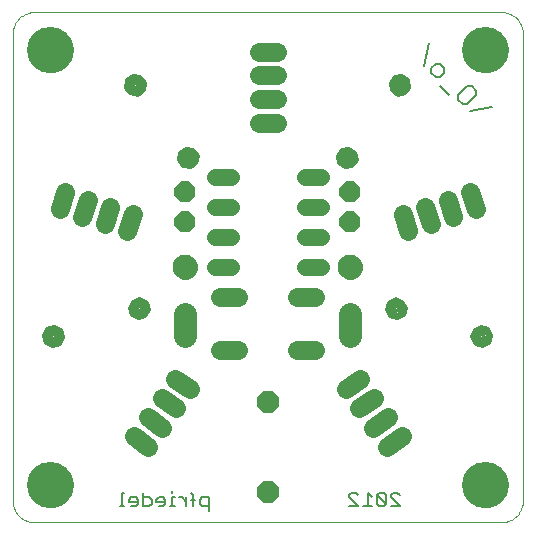
<source format=gbs>
G75*
G70*
%OFA0B0*%
%FSLAX24Y24*%
%IPPOS*%
%LPD*%
%AMOC8*
5,1,8,0,0,1.08239X$1,22.5*
%
%ADD10C,0.0000*%
%ADD11C,0.0827*%
%ADD12C,0.0050*%
%ADD13C,0.0070*%
%ADD14C,0.1535*%
%ADD15C,0.0634*%
%ADD16C,0.0148*%
%ADD17OC8,0.0740*%
%ADD18C,0.0640*%
%ADD19C,0.0560*%
%ADD20C,0.0780*%
%ADD21OC8,0.0700*%
D10*
X000150Y000857D02*
X000150Y016443D01*
X000152Y016493D01*
X000157Y016544D01*
X000166Y016593D01*
X000179Y016642D01*
X000195Y016690D01*
X000214Y016737D01*
X000236Y016782D01*
X000262Y016825D01*
X000291Y016867D01*
X000323Y016906D01*
X000357Y016943D01*
X000394Y016977D01*
X000433Y017009D01*
X000475Y017038D01*
X000518Y017064D01*
X000563Y017086D01*
X000610Y017105D01*
X000658Y017121D01*
X000707Y017134D01*
X000756Y017143D01*
X000807Y017148D01*
X000857Y017150D01*
X016443Y017150D01*
X016493Y017148D01*
X016544Y017143D01*
X016593Y017134D01*
X016642Y017121D01*
X016690Y017105D01*
X016737Y017086D01*
X016782Y017064D01*
X016825Y017038D01*
X016867Y017009D01*
X016906Y016977D01*
X016943Y016943D01*
X016977Y016906D01*
X017009Y016867D01*
X017038Y016825D01*
X017064Y016782D01*
X017086Y016737D01*
X017105Y016690D01*
X017121Y016642D01*
X017134Y016593D01*
X017143Y016544D01*
X017148Y016493D01*
X017150Y016443D01*
X017150Y000857D01*
X017148Y000807D01*
X017143Y000756D01*
X017134Y000707D01*
X017121Y000658D01*
X017105Y000610D01*
X017086Y000563D01*
X017064Y000518D01*
X017038Y000475D01*
X017009Y000433D01*
X016977Y000394D01*
X016943Y000357D01*
X016906Y000323D01*
X016867Y000291D01*
X016825Y000262D01*
X016782Y000236D01*
X016737Y000214D01*
X016690Y000195D01*
X016642Y000179D01*
X016593Y000166D01*
X016544Y000157D01*
X016493Y000152D01*
X016443Y000150D01*
X000857Y000150D01*
X000807Y000152D01*
X000756Y000157D01*
X000707Y000166D01*
X000658Y000179D01*
X000610Y000195D01*
X000563Y000214D01*
X000518Y000236D01*
X000475Y000262D01*
X000433Y000291D01*
X000394Y000323D01*
X000357Y000357D01*
X000323Y000394D01*
X000291Y000433D01*
X000262Y000475D01*
X000236Y000518D01*
X000214Y000563D01*
X000195Y000610D01*
X000179Y000658D01*
X000166Y000707D01*
X000157Y000756D01*
X000152Y000807D01*
X000150Y000857D01*
X000652Y001400D02*
X000654Y001455D01*
X000660Y001509D01*
X000670Y001563D01*
X000684Y001615D01*
X000701Y001667D01*
X000723Y001717D01*
X000748Y001766D01*
X000776Y001813D01*
X000808Y001857D01*
X000843Y001899D01*
X000881Y001938D01*
X000922Y001975D01*
X000965Y002008D01*
X001010Y002038D01*
X001058Y002065D01*
X001107Y002088D01*
X001158Y002108D01*
X001211Y002124D01*
X001264Y002136D01*
X001318Y002144D01*
X001373Y002148D01*
X001427Y002148D01*
X001482Y002144D01*
X001536Y002136D01*
X001589Y002124D01*
X001642Y002108D01*
X001693Y002088D01*
X001742Y002065D01*
X001790Y002038D01*
X001835Y002008D01*
X001878Y001975D01*
X001919Y001938D01*
X001957Y001899D01*
X001992Y001857D01*
X002024Y001813D01*
X002052Y001766D01*
X002077Y001717D01*
X002099Y001667D01*
X002116Y001615D01*
X002130Y001563D01*
X002140Y001509D01*
X002146Y001455D01*
X002148Y001400D01*
X002146Y001345D01*
X002140Y001291D01*
X002130Y001237D01*
X002116Y001185D01*
X002099Y001133D01*
X002077Y001083D01*
X002052Y001034D01*
X002024Y000987D01*
X001992Y000943D01*
X001957Y000901D01*
X001919Y000862D01*
X001878Y000825D01*
X001835Y000792D01*
X001790Y000762D01*
X001742Y000735D01*
X001693Y000712D01*
X001642Y000692D01*
X001589Y000676D01*
X001536Y000664D01*
X001482Y000656D01*
X001427Y000652D01*
X001373Y000652D01*
X001318Y000656D01*
X001264Y000664D01*
X001211Y000676D01*
X001158Y000692D01*
X001107Y000712D01*
X001058Y000735D01*
X001010Y000762D01*
X000965Y000792D01*
X000922Y000825D01*
X000881Y000862D01*
X000843Y000901D01*
X000808Y000943D01*
X000776Y000987D01*
X000748Y001034D01*
X000723Y001083D01*
X000701Y001133D01*
X000684Y001185D01*
X000670Y001237D01*
X000660Y001291D01*
X000654Y001345D01*
X000652Y001400D01*
X005506Y008650D02*
X005508Y008689D01*
X005514Y008728D01*
X005524Y008766D01*
X005537Y008803D01*
X005554Y008838D01*
X005574Y008872D01*
X005598Y008903D01*
X005625Y008932D01*
X005654Y008958D01*
X005686Y008981D01*
X005720Y009001D01*
X005756Y009017D01*
X005793Y009029D01*
X005832Y009038D01*
X005871Y009043D01*
X005910Y009044D01*
X005949Y009041D01*
X005988Y009034D01*
X006025Y009023D01*
X006062Y009009D01*
X006097Y008991D01*
X006130Y008970D01*
X006161Y008945D01*
X006189Y008918D01*
X006214Y008888D01*
X006236Y008855D01*
X006255Y008821D01*
X006270Y008785D01*
X006282Y008747D01*
X006290Y008709D01*
X006294Y008670D01*
X006294Y008630D01*
X006290Y008591D01*
X006282Y008553D01*
X006270Y008515D01*
X006255Y008479D01*
X006236Y008445D01*
X006214Y008412D01*
X006189Y008382D01*
X006161Y008355D01*
X006130Y008330D01*
X006097Y008309D01*
X006062Y008291D01*
X006025Y008277D01*
X005988Y008266D01*
X005949Y008259D01*
X005910Y008256D01*
X005871Y008257D01*
X005832Y008262D01*
X005793Y008271D01*
X005756Y008283D01*
X005720Y008299D01*
X005686Y008319D01*
X005654Y008342D01*
X005625Y008368D01*
X005598Y008397D01*
X005574Y008428D01*
X005554Y008462D01*
X005537Y008497D01*
X005524Y008534D01*
X005514Y008572D01*
X005508Y008611D01*
X005506Y008650D01*
X011006Y008650D02*
X011008Y008689D01*
X011014Y008728D01*
X011024Y008766D01*
X011037Y008803D01*
X011054Y008838D01*
X011074Y008872D01*
X011098Y008903D01*
X011125Y008932D01*
X011154Y008958D01*
X011186Y008981D01*
X011220Y009001D01*
X011256Y009017D01*
X011293Y009029D01*
X011332Y009038D01*
X011371Y009043D01*
X011410Y009044D01*
X011449Y009041D01*
X011488Y009034D01*
X011525Y009023D01*
X011562Y009009D01*
X011597Y008991D01*
X011630Y008970D01*
X011661Y008945D01*
X011689Y008918D01*
X011714Y008888D01*
X011736Y008855D01*
X011755Y008821D01*
X011770Y008785D01*
X011782Y008747D01*
X011790Y008709D01*
X011794Y008670D01*
X011794Y008630D01*
X011790Y008591D01*
X011782Y008553D01*
X011770Y008515D01*
X011755Y008479D01*
X011736Y008445D01*
X011714Y008412D01*
X011689Y008382D01*
X011661Y008355D01*
X011630Y008330D01*
X011597Y008309D01*
X011562Y008291D01*
X011525Y008277D01*
X011488Y008266D01*
X011449Y008259D01*
X011410Y008256D01*
X011371Y008257D01*
X011332Y008262D01*
X011293Y008271D01*
X011256Y008283D01*
X011220Y008299D01*
X011186Y008319D01*
X011154Y008342D01*
X011125Y008368D01*
X011098Y008397D01*
X011074Y008428D01*
X011054Y008462D01*
X011037Y008497D01*
X011024Y008534D01*
X011014Y008572D01*
X011008Y008611D01*
X011006Y008650D01*
X015152Y015900D02*
X015154Y015955D01*
X015160Y016009D01*
X015170Y016063D01*
X015184Y016115D01*
X015201Y016167D01*
X015223Y016217D01*
X015248Y016266D01*
X015276Y016313D01*
X015308Y016357D01*
X015343Y016399D01*
X015381Y016438D01*
X015422Y016475D01*
X015465Y016508D01*
X015510Y016538D01*
X015558Y016565D01*
X015607Y016588D01*
X015658Y016608D01*
X015711Y016624D01*
X015764Y016636D01*
X015818Y016644D01*
X015873Y016648D01*
X015927Y016648D01*
X015982Y016644D01*
X016036Y016636D01*
X016089Y016624D01*
X016142Y016608D01*
X016193Y016588D01*
X016242Y016565D01*
X016290Y016538D01*
X016335Y016508D01*
X016378Y016475D01*
X016419Y016438D01*
X016457Y016399D01*
X016492Y016357D01*
X016524Y016313D01*
X016552Y016266D01*
X016577Y016217D01*
X016599Y016167D01*
X016616Y016115D01*
X016630Y016063D01*
X016640Y016009D01*
X016646Y015955D01*
X016648Y015900D01*
X016646Y015845D01*
X016640Y015791D01*
X016630Y015737D01*
X016616Y015685D01*
X016599Y015633D01*
X016577Y015583D01*
X016552Y015534D01*
X016524Y015487D01*
X016492Y015443D01*
X016457Y015401D01*
X016419Y015362D01*
X016378Y015325D01*
X016335Y015292D01*
X016290Y015262D01*
X016242Y015235D01*
X016193Y015212D01*
X016142Y015192D01*
X016089Y015176D01*
X016036Y015164D01*
X015982Y015156D01*
X015927Y015152D01*
X015873Y015152D01*
X015818Y015156D01*
X015764Y015164D01*
X015711Y015176D01*
X015658Y015192D01*
X015607Y015212D01*
X015558Y015235D01*
X015510Y015262D01*
X015465Y015292D01*
X015422Y015325D01*
X015381Y015362D01*
X015343Y015401D01*
X015308Y015443D01*
X015276Y015487D01*
X015248Y015534D01*
X015223Y015583D01*
X015201Y015633D01*
X015184Y015685D01*
X015170Y015737D01*
X015160Y015791D01*
X015154Y015845D01*
X015152Y015900D01*
X000652Y015900D02*
X000654Y015955D01*
X000660Y016009D01*
X000670Y016063D01*
X000684Y016115D01*
X000701Y016167D01*
X000723Y016217D01*
X000748Y016266D01*
X000776Y016313D01*
X000808Y016357D01*
X000843Y016399D01*
X000881Y016438D01*
X000922Y016475D01*
X000965Y016508D01*
X001010Y016538D01*
X001058Y016565D01*
X001107Y016588D01*
X001158Y016608D01*
X001211Y016624D01*
X001264Y016636D01*
X001318Y016644D01*
X001373Y016648D01*
X001427Y016648D01*
X001482Y016644D01*
X001536Y016636D01*
X001589Y016624D01*
X001642Y016608D01*
X001693Y016588D01*
X001742Y016565D01*
X001790Y016538D01*
X001835Y016508D01*
X001878Y016475D01*
X001919Y016438D01*
X001957Y016399D01*
X001992Y016357D01*
X002024Y016313D01*
X002052Y016266D01*
X002077Y016217D01*
X002099Y016167D01*
X002116Y016115D01*
X002130Y016063D01*
X002140Y016009D01*
X002146Y015955D01*
X002148Y015900D01*
X002146Y015845D01*
X002140Y015791D01*
X002130Y015737D01*
X002116Y015685D01*
X002099Y015633D01*
X002077Y015583D01*
X002052Y015534D01*
X002024Y015487D01*
X001992Y015443D01*
X001957Y015401D01*
X001919Y015362D01*
X001878Y015325D01*
X001835Y015292D01*
X001790Y015262D01*
X001742Y015235D01*
X001693Y015212D01*
X001642Y015192D01*
X001589Y015176D01*
X001536Y015164D01*
X001482Y015156D01*
X001427Y015152D01*
X001373Y015152D01*
X001318Y015156D01*
X001264Y015164D01*
X001211Y015176D01*
X001158Y015192D01*
X001107Y015212D01*
X001058Y015235D01*
X001010Y015262D01*
X000965Y015292D01*
X000922Y015325D01*
X000881Y015362D01*
X000843Y015401D01*
X000808Y015443D01*
X000776Y015487D01*
X000748Y015534D01*
X000723Y015583D01*
X000701Y015633D01*
X000684Y015685D01*
X000670Y015737D01*
X000660Y015791D01*
X000654Y015845D01*
X000652Y015900D01*
X015152Y001400D02*
X015154Y001455D01*
X015160Y001509D01*
X015170Y001563D01*
X015184Y001615D01*
X015201Y001667D01*
X015223Y001717D01*
X015248Y001766D01*
X015276Y001813D01*
X015308Y001857D01*
X015343Y001899D01*
X015381Y001938D01*
X015422Y001975D01*
X015465Y002008D01*
X015510Y002038D01*
X015558Y002065D01*
X015607Y002088D01*
X015658Y002108D01*
X015711Y002124D01*
X015764Y002136D01*
X015818Y002144D01*
X015873Y002148D01*
X015927Y002148D01*
X015982Y002144D01*
X016036Y002136D01*
X016089Y002124D01*
X016142Y002108D01*
X016193Y002088D01*
X016242Y002065D01*
X016290Y002038D01*
X016335Y002008D01*
X016378Y001975D01*
X016419Y001938D01*
X016457Y001899D01*
X016492Y001857D01*
X016524Y001813D01*
X016552Y001766D01*
X016577Y001717D01*
X016599Y001667D01*
X016616Y001615D01*
X016630Y001563D01*
X016640Y001509D01*
X016646Y001455D01*
X016648Y001400D01*
X016646Y001345D01*
X016640Y001291D01*
X016630Y001237D01*
X016616Y001185D01*
X016599Y001133D01*
X016577Y001083D01*
X016552Y001034D01*
X016524Y000987D01*
X016492Y000943D01*
X016457Y000901D01*
X016419Y000862D01*
X016378Y000825D01*
X016335Y000792D01*
X016290Y000762D01*
X016242Y000735D01*
X016193Y000712D01*
X016142Y000692D01*
X016089Y000676D01*
X016036Y000664D01*
X015982Y000656D01*
X015927Y000652D01*
X015873Y000652D01*
X015818Y000656D01*
X015764Y000664D01*
X015711Y000676D01*
X015658Y000692D01*
X015607Y000712D01*
X015558Y000735D01*
X015510Y000762D01*
X015465Y000792D01*
X015422Y000825D01*
X015381Y000862D01*
X015343Y000901D01*
X015308Y000943D01*
X015276Y000987D01*
X015248Y001034D01*
X015223Y001083D01*
X015201Y001133D01*
X015184Y001185D01*
X015170Y001237D01*
X015160Y001291D01*
X015154Y001345D01*
X015152Y001400D01*
D11*
X011400Y008650D03*
X005900Y008650D03*
D12*
X005472Y001200D02*
X005472Y001125D01*
X005472Y000975D02*
X005472Y000675D01*
X005547Y000675D02*
X005397Y000675D01*
X005240Y000750D02*
X005240Y000900D01*
X005165Y000975D01*
X005015Y000975D01*
X004940Y000900D01*
X004940Y000825D01*
X005240Y000825D01*
X005240Y000750D02*
X005165Y000675D01*
X005015Y000675D01*
X004780Y000750D02*
X004780Y000900D01*
X004705Y000975D01*
X004479Y000975D01*
X004479Y001125D02*
X004479Y000675D01*
X004705Y000675D01*
X004780Y000750D01*
X004319Y000750D02*
X004244Y000675D01*
X004094Y000675D01*
X004019Y000825D02*
X004319Y000825D01*
X004319Y000750D02*
X004319Y000900D01*
X004244Y000975D01*
X004094Y000975D01*
X004019Y000900D01*
X004019Y000825D01*
X003859Y000675D02*
X003709Y000675D01*
X003784Y000675D02*
X003784Y001125D01*
X003859Y001125D01*
X005472Y000975D02*
X005547Y000975D01*
X005705Y000975D02*
X005781Y000975D01*
X005931Y000825D01*
X005931Y000675D02*
X005931Y000975D01*
X006087Y000900D02*
X006238Y000900D01*
X006398Y000900D02*
X006398Y000750D01*
X006473Y000675D01*
X006698Y000675D01*
X006698Y000525D02*
X006698Y000975D01*
X006473Y000975D01*
X006398Y000900D01*
X006163Y001050D02*
X006087Y001125D01*
X006163Y001050D02*
X006163Y000675D01*
X011364Y000675D02*
X011665Y000675D01*
X011364Y000975D01*
X011364Y001050D01*
X011439Y001125D01*
X011590Y001125D01*
X011665Y001050D01*
X011975Y001125D02*
X011975Y000675D01*
X012125Y000675D02*
X011825Y000675D01*
X012125Y000975D02*
X011975Y001125D01*
X012285Y001050D02*
X012285Y000750D01*
X012360Y000675D01*
X012510Y000675D01*
X012585Y000750D01*
X012285Y001050D01*
X012360Y001125D01*
X012510Y001125D01*
X012585Y001050D01*
X012585Y000750D01*
X012746Y000675D02*
X013046Y000675D01*
X012746Y000975D01*
X012746Y001050D01*
X012821Y001125D01*
X012971Y001125D01*
X013046Y001050D01*
D13*
X015387Y013848D02*
X016130Y013997D01*
X015600Y014378D02*
X015302Y014081D01*
X015154Y014081D01*
X015005Y014229D01*
X015005Y014378D01*
X015302Y014675D01*
X015451Y014675D01*
X015600Y014527D01*
X015600Y014378D01*
X014698Y014388D02*
X014401Y014685D01*
X014391Y014992D02*
X014242Y014992D01*
X014094Y015141D01*
X014094Y015290D01*
X014242Y015438D01*
X014391Y015438D01*
X014539Y015290D01*
X014539Y015141D01*
X014391Y014992D01*
X013861Y015374D02*
X014009Y016117D01*
D14*
X015900Y015900D03*
X015900Y001400D03*
X001400Y001400D03*
X001400Y015900D03*
D15*
X001908Y011147D02*
X001725Y010583D01*
X002474Y010339D02*
X002657Y010904D01*
X003406Y010661D02*
X003223Y010096D01*
X003972Y009853D02*
X004155Y010417D01*
X008353Y013469D02*
X008947Y013469D01*
X008947Y014256D02*
X008353Y014256D01*
X008353Y015044D02*
X008947Y015044D01*
X008947Y015831D02*
X008353Y015831D01*
X013145Y010417D02*
X013328Y009853D01*
X014077Y010096D02*
X013894Y010661D01*
X014643Y010904D02*
X014826Y010339D01*
X015575Y010583D02*
X015392Y011147D01*
X011726Y004930D02*
X011246Y004581D01*
X011708Y003944D02*
X012189Y004293D01*
X012652Y003656D02*
X012171Y003307D01*
X012634Y002670D02*
X013114Y003019D01*
X006054Y004581D02*
X005574Y004930D01*
X005111Y004293D02*
X005592Y003944D01*
X005129Y003307D02*
X004648Y003656D01*
X004186Y003019D02*
X004666Y002670D01*
D16*
X001268Y006286D02*
X001194Y006360D01*
X001306Y006579D01*
X001537Y006655D01*
X001756Y006543D01*
X001832Y006312D01*
X001720Y006093D01*
X001489Y006017D01*
X001270Y006129D01*
X001194Y006360D01*
X001314Y006351D01*
X001384Y006488D01*
X001528Y006535D01*
X001665Y006465D01*
X001712Y006321D01*
X001642Y006184D01*
X001498Y006137D01*
X001361Y006207D01*
X001314Y006351D01*
X001434Y006341D01*
X001462Y006397D01*
X001518Y006415D01*
X001574Y006387D01*
X001592Y006331D01*
X001564Y006275D01*
X001508Y006257D01*
X001452Y006285D01*
X001434Y006341D01*
X004122Y007214D02*
X004048Y007288D01*
X004160Y007507D01*
X004391Y007583D01*
X004610Y007471D01*
X004686Y007240D01*
X004574Y007021D01*
X004343Y006945D01*
X004124Y007057D01*
X004048Y007288D01*
X004168Y007279D01*
X004238Y007416D01*
X004382Y007463D01*
X004519Y007393D01*
X004566Y007249D01*
X004496Y007112D01*
X004352Y007065D01*
X004215Y007135D01*
X004168Y007279D01*
X004288Y007269D01*
X004316Y007325D01*
X004372Y007343D01*
X004428Y007315D01*
X004446Y007259D01*
X004418Y007203D01*
X004362Y007185D01*
X004306Y007213D01*
X004288Y007269D01*
X006001Y012523D02*
X005927Y012597D01*
X006169Y012558D01*
X006313Y012361D01*
X006274Y012119D01*
X006077Y011975D01*
X005835Y012014D01*
X005691Y012211D01*
X005730Y012453D01*
X005927Y012597D01*
X005955Y012480D01*
X006106Y012456D01*
X006196Y012333D01*
X006172Y012182D01*
X006049Y012092D01*
X005898Y012116D01*
X005808Y012239D01*
X005832Y012390D01*
X005955Y012480D01*
X005983Y012363D01*
X006044Y012353D01*
X006079Y012305D01*
X006069Y012244D01*
X006021Y012209D01*
X005960Y012219D01*
X005925Y012267D01*
X005935Y012328D01*
X005983Y012363D01*
X004237Y014951D02*
X004163Y015025D01*
X004405Y014986D01*
X004549Y014789D01*
X004510Y014547D01*
X004313Y014403D01*
X004071Y014442D01*
X003927Y014639D01*
X003966Y014881D01*
X004163Y015025D01*
X004191Y014908D01*
X004342Y014884D01*
X004432Y014761D01*
X004408Y014610D01*
X004285Y014520D01*
X004134Y014544D01*
X004044Y014667D01*
X004068Y014818D01*
X004191Y014908D01*
X004219Y014791D01*
X004280Y014781D01*
X004315Y014733D01*
X004305Y014672D01*
X004257Y014637D01*
X004196Y014647D01*
X004161Y014695D01*
X004171Y014756D01*
X004219Y014791D01*
X011496Y012379D02*
X011570Y012453D01*
X011609Y012211D01*
X011465Y012014D01*
X011223Y011975D01*
X011026Y012119D01*
X010987Y012361D01*
X011131Y012558D01*
X011373Y012597D01*
X011570Y012453D01*
X011468Y012390D01*
X011492Y012239D01*
X011402Y012116D01*
X011251Y012092D01*
X011128Y012182D01*
X011104Y012333D01*
X011194Y012456D01*
X011345Y012480D01*
X011468Y012390D01*
X011365Y012328D01*
X011375Y012267D01*
X011340Y012219D01*
X011279Y012209D01*
X011231Y012244D01*
X011221Y012305D01*
X011256Y012353D01*
X011317Y012363D01*
X011365Y012328D01*
X013260Y014807D02*
X013334Y014881D01*
X013373Y014639D01*
X013229Y014442D01*
X012987Y014403D01*
X012790Y014547D01*
X012751Y014789D01*
X012895Y014986D01*
X013137Y015025D01*
X013334Y014881D01*
X013232Y014818D01*
X013256Y014667D01*
X013166Y014544D01*
X013015Y014520D01*
X012892Y014610D01*
X012868Y014761D01*
X012958Y014884D01*
X013109Y014908D01*
X013232Y014818D01*
X013129Y014756D01*
X013139Y014695D01*
X013104Y014647D01*
X013043Y014637D01*
X012995Y014672D01*
X012985Y014733D01*
X013020Y014781D01*
X013081Y014791D01*
X013129Y014756D01*
X012764Y007397D02*
X012690Y007471D01*
X012909Y007583D01*
X013140Y007507D01*
X013252Y007288D01*
X013176Y007057D01*
X012957Y006945D01*
X012726Y007021D01*
X012614Y007240D01*
X012690Y007471D01*
X012781Y007393D01*
X012918Y007463D01*
X013062Y007416D01*
X013132Y007279D01*
X013085Y007135D01*
X012948Y007065D01*
X012804Y007112D01*
X012734Y007249D01*
X012781Y007393D01*
X012872Y007315D01*
X012928Y007343D01*
X012984Y007325D01*
X013012Y007269D01*
X012994Y007213D01*
X012938Y007185D01*
X012882Y007203D01*
X012854Y007259D01*
X012872Y007315D01*
X015618Y006469D02*
X015544Y006543D01*
X015763Y006655D01*
X015994Y006579D01*
X016106Y006360D01*
X016030Y006129D01*
X015811Y006017D01*
X015580Y006093D01*
X015468Y006312D01*
X015544Y006543D01*
X015635Y006465D01*
X015772Y006535D01*
X015916Y006488D01*
X015986Y006351D01*
X015939Y006207D01*
X015802Y006137D01*
X015658Y006184D01*
X015588Y006321D01*
X015635Y006465D01*
X015726Y006387D01*
X015782Y006415D01*
X015838Y006397D01*
X015866Y006341D01*
X015848Y006285D01*
X015792Y006257D01*
X015736Y006275D01*
X015708Y006331D01*
X015726Y006387D01*
D17*
X008650Y004150D03*
X008650Y001150D03*
D18*
X007670Y005885D02*
X007070Y005885D01*
X007070Y007665D02*
X007670Y007665D01*
X009630Y007665D02*
X010230Y007665D01*
X010230Y005885D02*
X009630Y005885D01*
D19*
X009890Y008650D02*
X010410Y008650D01*
X010410Y009650D02*
X009890Y009650D01*
X009890Y010650D02*
X010410Y010650D01*
X010410Y011650D02*
X009890Y011650D01*
X007410Y011650D02*
X006890Y011650D01*
X006890Y010650D02*
X007410Y010650D01*
X007410Y009650D02*
X006890Y009650D01*
X006890Y008650D02*
X007410Y008650D01*
D20*
X005900Y007088D02*
X005900Y006348D01*
X011400Y006348D02*
X011400Y007088D01*
D21*
X011400Y010150D03*
X011400Y011150D03*
X005900Y011150D03*
X005900Y010150D03*
M02*

</source>
